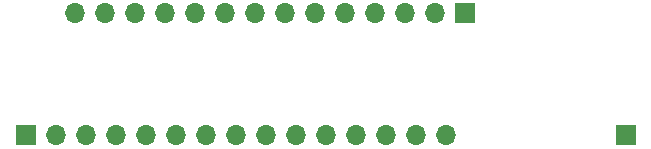
<source format=gbr>
%TF.GenerationSoftware,KiCad,Pcbnew,(6.0.5)*%
%TF.CreationDate,2022-09-04T14:03:00+01:00*%
%TF.ProjectId,MPR121TouchKeyboard,4d505231-3231-4546-9f75-63684b657962,rev?*%
%TF.SameCoordinates,Original*%
%TF.FileFunction,Soldermask,Bot*%
%TF.FilePolarity,Negative*%
%FSLAX46Y46*%
G04 Gerber Fmt 4.6, Leading zero omitted, Abs format (unit mm)*
G04 Created by KiCad (PCBNEW (6.0.5)) date 2022-09-04 14:03:00*
%MOMM*%
%LPD*%
G01*
G04 APERTURE LIST*
%ADD10R,1.700000X1.700000*%
%ADD11O,1.700000X1.700000*%
G04 APERTURE END LIST*
D10*
%TO.C,J15*%
X124200000Y-67000000D03*
D11*
X126740000Y-67000000D03*
X129280000Y-67000000D03*
X131820000Y-67000000D03*
X134360000Y-67000000D03*
X136900000Y-67000000D03*
X139440000Y-67000000D03*
X141980000Y-67000000D03*
X144520000Y-67000000D03*
X147060000Y-67000000D03*
X149600000Y-67000000D03*
X152140000Y-67000000D03*
X154680000Y-67000000D03*
X157220000Y-67000000D03*
X159760000Y-67000000D03*
%TD*%
D10*
%TO.C,J14*%
X175000000Y-67000000D03*
%TD*%
%TO.C,J29*%
X161370000Y-56660000D03*
D11*
X158830000Y-56660000D03*
X156290000Y-56660000D03*
X153750000Y-56660000D03*
X151210000Y-56660000D03*
X148670000Y-56660000D03*
X146130000Y-56660000D03*
X143590000Y-56660000D03*
X141050000Y-56660000D03*
X138510000Y-56660000D03*
X135970000Y-56660000D03*
X133430000Y-56660000D03*
X130890000Y-56660000D03*
X128350000Y-56660000D03*
%TD*%
M02*

</source>
